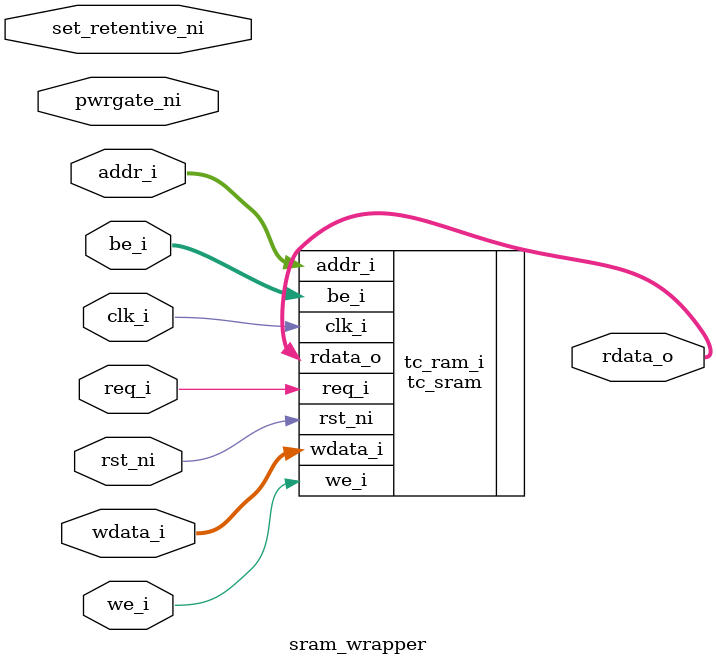
<source format=sv>

module sram_wrapper #(
    parameter int unsigned NumWords = 32'd1024,  // Number of Words in data array
    parameter int unsigned DataWidth = 32'd32,  // Data signal width
    // DEPENDENT PARAMETERS, DO NOT OVERWRITE!
    parameter int unsigned AddrWidth = (NumWords > 32'd1) ? $clog2(NumWords) : 32'd1
) (
    input logic clk_i,
    input logic rst_ni,
    // input ports
    input logic req_i,
    input logic we_i,
    input logic [AddrWidth-1:0] addr_i,
    input logic [31:0] wdata_i,
    input logic [3:0] be_i,
    // power manager signals that goes to the ASIC macros
    input logic pwrgate_ni,
    input logic set_retentive_ni,
    // output ports
    output logic [31:0] rdata_o
);

  tc_sram #(
      .NumWords (NumWords),
      .DataWidth(DataWidth),
      .NumPorts (32'd1)
  ) tc_ram_i (
      .clk_i  (clk_i),
      .rst_ni (rst_ni),
      .req_i  (req_i),
      .we_i   (we_i),
      .addr_i (addr_i),
      .wdata_i(wdata_i),
      .be_i   (be_i),
      // output ports
      .rdata_o(rdata_o)
  );

endmodule

</source>
